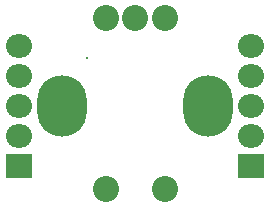
<source format=gts>
G04*
G04 #@! TF.GenerationSoftware,Altium Limited,Altium Designer,20.0.10 (225)*
G04*
G04 Layer_Color=8388736*
%FSLAX25Y25*%
%MOIN*%
G70*
G01*
G75*
%ADD12O,0.08674X0.07887*%
%ADD13R,0.08674X0.07887*%
%ADD14C,0.08674*%
%ADD15O,0.16548X0.20485*%
%ADD16C,0.01200*%
%ADD17C,0.00400*%
D12*
X-38583Y20000D02*
D03*
Y10000D02*
D03*
Y0D02*
D03*
Y-10000D02*
D03*
X38583Y20000D02*
D03*
Y10000D02*
D03*
Y0D02*
D03*
Y-10000D02*
D03*
D13*
X-38583Y-20000D02*
D03*
X38583D02*
D03*
D14*
X9843Y-27559D02*
D03*
X-9843D02*
D03*
Y29528D02*
D03*
X0D02*
D03*
X9843D02*
D03*
D15*
X-24409Y0D02*
D03*
X24409D02*
D03*
D16*
X-16142Y16142D02*
D03*
D17*
X13386Y9055D02*
D03*
X33071Y-12205D02*
D03*
X25591Y12205D02*
D03*
X19685Y11417D02*
D03*
X-8386Y-4961D02*
D03*
X16614Y25039D02*
D03*
X19114Y30039D02*
D03*
X-28386Y-24961D02*
D03*
X41614Y-34961D02*
D03*
X-13386D02*
D03*
X1614D02*
D03*
X-35886Y30039D02*
D03*
X-886Y-29961D02*
D03*
X6614Y-34961D02*
D03*
X19114Y20039D02*
D03*
X26614Y25039D02*
D03*
X29114Y20039D02*
D03*
X-15886Y-29961D02*
D03*
X29114Y30039D02*
D03*
X21614Y25039D02*
D03*
X-35886Y-29961D02*
D03*
X-28386Y-34961D02*
D03*
X-13386Y-4961D02*
D03*
X31614Y-34961D02*
D03*
X36614D02*
D03*
X-15886Y10039D02*
D03*
X31614Y25039D02*
D03*
X-8386Y-34961D02*
D03*
X4114Y-29961D02*
D03*
X1614Y-4961D02*
D03*
X39114Y30039D02*
D03*
X-3386Y-4961D02*
D03*
X-33386Y-24961D02*
D03*
X-20886Y30039D02*
D03*
X-38386Y-34961D02*
D03*
X-23386Y25039D02*
D03*
X16614Y-34961D02*
D03*
X21614D02*
D03*
X-30886Y30039D02*
D03*
X11614Y-34961D02*
D03*
X-18386Y25039D02*
D03*
X-33386Y-34961D02*
D03*
X-18386D02*
D03*
X6614Y-4961D02*
D03*
X-15886Y30039D02*
D03*
X34114Y-29961D02*
D03*
X-33386Y25039D02*
D03*
X-25886Y30039D02*
D03*
X24114D02*
D03*
Y20039D02*
D03*
X34114Y30039D02*
D03*
X-28386Y25039D02*
D03*
X-3386Y-34961D02*
D03*
X-30886Y-29961D02*
D03*
X14114Y20039D02*
D03*
X-8661Y-13386D02*
D03*
X-20472Y-12598D02*
D03*
X-4724Y-22835D02*
D03*
X7874Y11024D02*
D03*
X10236Y0D02*
D03*
X20472Y-16929D02*
D03*
X5118Y-20079D02*
D03*
M02*

</source>
